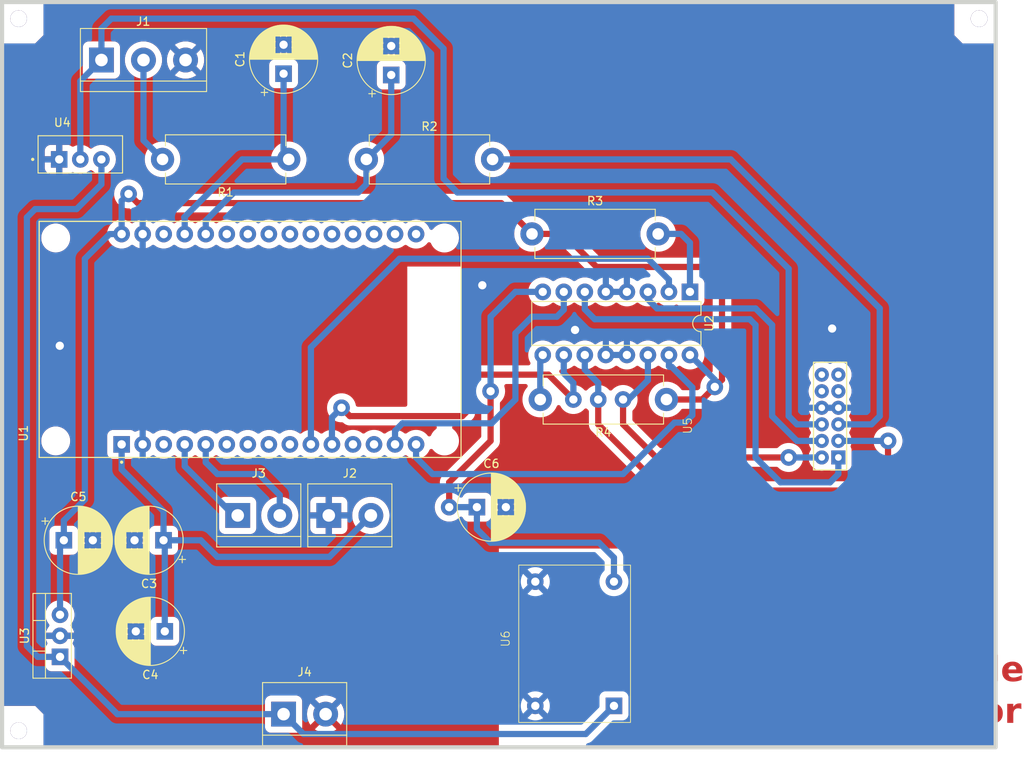
<source format=kicad_pcb>
(kicad_pcb (version 20221018) (generator pcbnew)
  (layers (0 "F.Cu" signal) (31 "B.Cu" signal) (34 "B.Paste" user) (35 "F.Paste" user) (36 "B.SilkS" user "B.Silkscreen") (37 "F.SilkS" user "F.Silkscreen") (38 "B.Mask" user) (39 "F.Mask" user) (44 "Edge.Cuts" user))
  (net 0 "")
  (net 19 "Net-(U1-D14)")
  (net 20 "Net-(U1-D12)")
  (net 21 "GND")
  (net 22 "+12V")
  (net 23 "/Control GPIO 23")
  (net 24 "/Control GPIO 22")
  (net 25 "/Control GPIO 21")
  (net 26 "/Control GPIO 19")
  (net 27 "/DIO")
  (net 28 "/CLK")
  (net 29 "+3.3V")
  (net 30 "Net-(U2-EN1,2)")
  (net 31 "Net-(U2-1Y)")
  (net 32 "Net-(U2-2Y)")
  (net 33 "/VREG-L293D")
  (net 34 "Net-(U2-EN3,4)")
  (net 35 "Net-(U2-3Y)")
  (net 36 "Net-(U2-4Y)")
  (net 37 "+5V")
  (net 38 "+3.3VA")
  (net 39 "/JDSU REF")
  (net 44 "Net-(J1-Pin_2)")
  (footprint "StepDown_Module_THT:MP23070N_Module" (layer "F.Cu") (at 122.4 106 90)
    (fp_text reference "U6" (at 8.1 -3.6 90 unlocked) (layer "F.SilkS") (effects (font (thickness 0.1))))
    (fp_text value "~")
    (pad "1" thru_hole rect (at 0 9.5 90) (size 2 2) (drill 1) (layers "*.Cu" "*.Mask") (net 22 "+12V"))
    (pad "2" thru_hole circle (at 0 0 90) (size 2 2) (drill 1) (layers "*.Cu" "*.Mask") (net 21 "GND"))
    (pad "3" thru_hole circle (at 15 9.5 90) (size 2 2) (drill 1) (layers "*.Cu" "*.Mask") (net 33 "/VREG-L293D"))
    (pad "4" thru_hole circle (at 15 0 90) (size 2 2) (drill 1) (layers "*.Cu" "*.Mask") (net 21 "GND"))
  )
  (footprint "Capacitor_CustomKarim_THT:CP_Radial_D8.0mm_P3.50mm_BigPad" (layer "F.Cu") (at 92 29.652651 90)
    (fp_text reference "C1" (at 1.75 -5.25 90) (layer "F.SilkS"))
    (fp_text value "1uF")
    (pad "1" thru_hole rect (at 0 0 90) (size 2 2) (drill 1) (layers "*.Cu" "*.Mask") (net 20 "Net-(U1-D12)"))
    (pad "2" thru_hole circle (at 3.5 0 90) (size 2 2) (drill 1) (layers "*.Cu" "*.Mask") (net 21 "GND"))
  )
  (footprint "Capacitor_CustomKarim_THT:CP_Radial_D8.0mm_P3.50mm_BigPad" (layer "F.Cu") (at 115.347349 82)
    (fp_text reference "C6" (at 1.75 -5.25) (layer "F.SilkS"))
    (fp_text value "100uF")
    (pad "1" thru_hole rect (at 0 0) (size 2 2) (drill 1) (layers "*.Cu" "*.Mask") (net 33 "/VREG-L293D"))
    (pad "2" thru_hole circle (at 3.5 0) (size 2 2) (drill 1) (layers "*.Cu" "*.Mask") (net 21 "GND"))
  )
  (footprint "Package_TO_SOT_THT:TO-220-3_Vertical" (layer "F.Cu") (at 65 100.08 90)
    (fp_text reference "U3" (at 2.54 -4.27 90) (layer "F.SilkS"))
    (fp_text value "LM7805_TO220")
    (pad "1" thru_hole rect (at 0 0 90) (size 2 2) (drill 1) (layers "*.Cu" "*.Mask") (net 22 "+12V"))
    (pad "2" thru_hole oval (at 2.54 0 90) (size 2 2) (drill 1) (layers "*.Cu" "*.Mask") (net 21 "GND"))
    (pad "3" thru_hole circle (at 5.08 0 90) (size 2 2) (drill 1) (layers "*.Cu" "*.Mask") (net 37 "+5V"))
  )
  (footprint "Capacitor_CustomKarim_THT:CP_Radial_D8.0mm_P3.50mm_BigPad" (layer "F.Cu") (at 77.652651 97 180)
    (fp_text reference "C4" (at 1.75 -5.25) (layer "F.SilkS"))
    (fp_text value "100uF")
    (pad "1" thru_hole rect (at 0 0 180) (size 2 2) (drill 1) (layers "*.Cu" "*.Mask") (net 29 "+3.3V"))
    (pad "2" thru_hole circle (at 3.5 0 180) (size 2 2) (drill 1) (layers "*.Cu" "*.Mask") (net 21 "GND"))
  )
  (footprint "Resistor_THT:R_Axial_DIN0614_L14.3mm_D5.7mm_P15.24mm_Horizontal" (layer "F.Cu") (at 102 40)
    (fp_text reference "R2" (at 7.62 -3.97) (layer "F.SilkS"))
    (fp_text value "100k")
    (pad "1" thru_hole circle (at 0 0) (size 2.8 2.8) (drill 1.4) (layers "*.Cu" "*.Mask") (net 19 "Net-(U1-D14)"))
    (pad "2" thru_hole oval (at 15.24 0) (size 2.8 2.8) (drill 1.4) (layers "*.Cu" "*.Mask") (net 39 "/JDSU REF"))
  )
  (footprint "TerminalBlock:TerminalBlock_bornier-2_P5.08mm" (layer "F.Cu") (at 92 107)
    (fp_text reference "J4" (at 2.54 -5.08) (layer "F.SilkS"))
    (fp_text value "Board Power")
    (pad "1" thru_hole rect (at 0 0) (size 3 3) (drill 1.52) (layers "*.Cu" "*.Mask") (net 22 "+12V"))
    (pad "2" thru_hole circle (at 5.08 0) (size 3 3) (drill 1.52) (layers "*.Cu" "*.Mask") (net 21 "GND"))
  )
  (footprint "LD1117V33:TO255P1020X450X1968-3" (layer "F.Cu") (at 67.45 39.395)
    (fp_text reference "U4" (at -2.175 -3.84) (layer "F.SilkS"))
    (fp_text value "LD1117V33")
    (pad "1" thru_hole rect (at -2.55 0.605) (size 2 2) (drill 1) (layers "*.Cu" "*.Mask") (net 21 "GND"))
    (pad "2" thru_hole circle (at 0 0.605) (size 2 2) (drill 1) (layers "*.Cu" "*.Mask") (net 38 "+3.3VA"))
    (pad "3" thru_hole circle (at 2.55 0.605) (size 2 2) (drill 1) (layers "*.Cu" "*.Mask") (net 22 "+12V"))
  )
  (footprint "Capacitor_CustomKarim_THT:CP_Radial_D8.0mm_P3.50mm_BigPad" (layer "F.Cu") (at 65.46 86)
    (fp_text reference "C5" (at 1.75 -5.25) (layer "F.SilkS"))
    (fp_text value "100nF")
    (pad "1" thru_hole rect (at 0 0) (size 2 2) (drill 1) (layers "*.Cu" "*.Mask") (net 37 "+5V"))
    (pad "2" thru_hole circle (at 3.5 0) (size 2 2) (drill 1) (layers "*.Cu" "*.Mask") (net 21 "GND"))
  )
  (footprint "ESP32-DEVKIT-V1:MODULE_ESP32_DEVKIT_V1" (layer "F.Cu") (at 87.955 61.72 90)
    (fp_text reference "U1" (at -11.355 -27.36 90) (layer "F.SilkS"))
    (fp_text value "ESP32-DEVKIT-V1")
    (pad "" np_thru_hole circle (at -12.28 -23.475 90) (size 3 3) (drill 3) (layers "*.Cu" "*.Mask"))
    (pad "" np_thru_hole circle (at -12.28 23.475 90) (size 3 3) (drill 3) (layers "*.Cu" "*.Mask"))
    (pad "" np_thru_hole circle (at 12.23 -23.475 90) (size 3 3) (drill 3) (layers "*.Cu" "*.Mask"))
    (pad "" np_thru_hole circle (at 12.23 23.475 90) (size 3 3) (drill 3) (layers "*.Cu" "*.Mask"))
    (pad "1" thru_hole rect (at -12.7 -15.515 90) (size 2 2) (drill 1.02) (layers "*.Cu" "*.Mask") (net 29 "+3.3V"))
    (pad "2" thru_hole circle (at -12.7 -12.975 90) (size 2 2) (drill 1.02) (layers "*.Cu" "*.Mask") (net 21 "GND"))
    (pad "3" thru_hole circle (at -12.7 -10.435 90) (size 2 2) (drill 1.02) (layers "*.Cu" "*.Mask"))
    (pad "4" thru_hole circle (at -12.7 -7.895 90) (size 2 2) (drill 1.02) (layers "*.Cu" "*.Mask") (net 28 "/CLK"))
    (pad "5" thru_hole circle (at -12.7 -5.355 90) (size 2 2) (drill 1.02) (layers "*.Cu" "*.Mask") (net 27 "/DIO"))
    (pad "6" thru_hole circle (at -12.7 -2.815 90) (size 2 2) (drill 1.02) (layers "*.Cu" "*.Mask"))
    (pad "7" thru_hole circle (at -12.7 -0.275 90) (size 2 2) (drill 1.02) (layers "*.Cu" "*.Mask"))
    (pad "8" thru_hole circle (at -12.7 2.265 90) (size 2 2) (drill 1.02) (layers "*.Cu" "*.Mask"))
    (pad "9" thru_hole circle (at -12.7 4.805 90) (size 2 2) (drill 1.02) (layers "*.Cu" "*.Mask"))
    (pad "10" thru_hole circle (at -12.7 7.345 90) (size 2 2) (drill 1.02) (layers "*.Cu" "*.Mask") (net 26 "/Control GPIO 19"))
    (pad "11" thru_hole circle (at -12.7 9.885 90) (size 2 2) (drill 1.02) (layers "*.Cu" "*.Mask") (net 25 "/Control GPIO 21"))
    (pad "12" thru_hole circle (at -12.7 12.425 90) (size 2 2) (drill 1.02) (layers "*.Cu" "*.Mask"))
    (pad "13" thru_hole circle (at -12.7 14.965 90) (size 2 2) (drill 1.02) (layers "*.Cu" "*.Mask"))
    (pad "14" thru_hole circle (at -12.7 17.505 90) (size 2 2) (drill 1.02) (layers "*.Cu" "*.Mask") (net 24 "/Control GPIO 22"))
    (pad "15" thru_hole circle (at -12.7 20.045 90) (size 2 2) (drill 1.02) (layers "*.Cu" "*.Mask") (net 23 "/Control GPIO 23"))
    (pad "16" thru_hole circle (at 12.7 20.045 90) (size 2 2) (drill 1.02) (layers "*.Cu" "*.Mask"))
    (pad "17" thru_hole circle (at 12.7 17.505 90) (size 2 2) (drill 1.02) (layers "*.Cu" "*.Mask"))
    (pad "18" thru_hole circle (at 12.7 14.965 90) (size 2 2) (drill 1.02) (layers "*.Cu" "*.Mask"))
    (pad "19" thru_hole circle (at 12.7 12.425 90) (size 2 2) (drill 1.02) (layers "*.Cu" "*.Mask"))
    (pad "20" thru_hole circle (at 12.7 9.885 90) (size 2 2) (drill 1.02) (layers "*.Cu" "*.Mask"))
    (pad "21" thru_hole circle (at 12.7 7.345 90) (size 2 2) (drill 1.02) (layers "*.Cu" "*.Mask"))
    (pad "22" thru_hole circle (at 12.7 4.805 90) (size 2 2) (drill 1.02) (layers "*.Cu" "*.Mask"))
    (pad "23" thru_hole circle (at 12.7 2.265 90) (size 2 2) (drill 1.02) (layers "*.Cu" "*.Mask"))
    (pad "24" thru_hole circle (at 12.7 -0.275 90) (size 2 2) (drill 1.02) (layers "*.Cu" "*.Mask"))
    (pad "25" thru_hole circle (at 12.7 -2.815 90) (size 2 2) (drill 1.02) (layers "*.Cu" "*.Mask"))
    (pad "26" thru_hole circle (at 12.7 -5.355 90) (size 2 2) (drill 1.02) (layers "*.Cu" "*.Mask") (net 19 "Net-(U1-D14)"))
    (pad "27" thru_hole circle (at 12.7 -7.895 90) (size 2 2) (drill 1.02) (layers "*.Cu" "*.Mask") (net 20 "Net-(U1-D12)"))
    (pad "28" thru_hole circle (at 12.7 -10.435 90) (size 2 2) (drill 1.02) (layers "*.Cu" "*.Mask"))
    (pad "29" thru_hole circle (at 12.7 -12.975 90) (size 2 2) (drill 1.02) (layers "*.Cu" "*.Mask") (net 21 "GND"))
    (pad "30" thru_hole circle (at 12.7 -15.515 90) (size 2 2) (drill 1.02) (layers "*.Cu" "*.Mask") (net 37 "+5V"))
    (zone (net 0) (net_name "") (layer "F.Cu") (connect_pads (clearance 0)) (min_thickness 0.01)
      (keepout (tracks not_allowed) (vias not_allowed) (pads not_allowed) (copperpour not_allowed) (footprints allowed))
      (fill (thermal_gap 0.508) (thermal_bridge_width 0.508))
      (polygon (pts (xy 106.94 70.63) (xy 106.94 52.94) (xy 113.43 52.94) (xy 113.43 70.63)))
    )
    (zone (net 0) (net_name "") (layer "B.Cu") (connect_pads (clearance 0)) (min_thickness 0.01)
      (keepout (tracks not_allowed) (vias not_allowed) (pads not_allowed) (copperpour not_allowed) (footprints allowed))
      (fill (thermal_gap 0.508) (thermal_bridge_width 0.508))
      (polygon (pts (xy 106.94 70.63) (xy 106.94 52.94) (xy 113.43 52.94) (xy 113.43 70.63)))
    )
  )
  (footprint "Resistor_THT:R_Axial_DIN0614_L14.3mm_D5.7mm_P15.24mm_Horizontal" (layer "F.Cu") (at 138.24 69 180)
    (fp_text reference "R4" (at 7.62 -3.97) (layer "F.SilkS"))
    (fp_text value "10k")
    (pad "1" thru_hole circle (at 0 0 180) (size 2.8 2.8) (drill 1.4) (layers "*.Cu" "*.Mask") (net 37 "+5V"))
    (pad "2" thru_hole oval (at 15.24 0 180) (size 2.8 2.8) (drill 1.4) (layers "*.Cu" "*.Mask") (net 34 "Net-(U2-EN3,4)"))
  )
  (footprint "TerminalBlock:TerminalBlock_bornier-3_P5.08mm" (layer "F.Cu") (at 70 28)
    (fp_text reference "J1" (at 5.05 -4.65) (layer "F.SilkS"))
    (fp_text value "Control Potentiometer")
    (pad "1" thru_hole rect (at 0 0) (size 3 3) (drill 1.52) (layers "*.Cu" "*.Mask") (net 38 "+3.3VA"))
    (pad "2" thru_hole circle (at 5.08 0) (size 3 3) (drill 1.52) (layers "*.Cu" "*.Mask") (net 44 "Net-(J1-Pin_2)"))
    (pad "3" thru_hole circle (at 10.16 0) (size 3 3) (drill 1.52) (layers "*.Cu" "*.Mask") (net 21 "GND"))
  )
  (footprint "Package_DIP:DIP-16_W7.62mm" (layer "F.Cu") (at 141.08 56 -90)
    (fp_text reference "U2" (at 3.81 -2.33 90) (layer "F.SilkS"))
    (fp_text value "L293D")
    (pad "1" thru_hole rect (at 0 0 270) (size 2 2) (drill 1) (layers "*.Cu" "*.Mask") (net 30 "Net-(U2-EN1,2)"))
    (pad "2" thru_hole circle (at 0 2.54 270) (size 2 2) (drill 1) (layers "*.Cu" "*.Mask") (net 26 "/Control GPIO 19"))
    (pad "3" thru_hole circle (at 0 5.08 270) (size 2 2) (drill 1) (layers "*.Cu" "*.Mask") (net 31 "Net-(U2-1Y)"))
    (pad "4" thru_hole circle (at 0 7.62 270) (size 2 2) (drill 1) (layers "*.Cu" "*.Mask") (net 21 "GND"))
    (pad "5" thru_hole circle (at 0 10.16 270) (size 2 2) (drill 1) (layers "*.Cu" "*.Mask") (net 21 "GND"))
    (pad "6" thru_hole circle (at 0 12.7 270) (size 2 2) (drill 1) (layers "*.Cu" "*.Mask") (net 32 "Net-(U2-2Y)"))
    (pad "7" thru_hole circle (at 0 15.24 270) (size 2 2) (drill 1) (layers "*.Cu" "*.Mask") (net 24 "/Control GPIO 22"))
    (pad "8" thru_hole circle (at 0 17.78 270) (size 2 2) (drill 1) (layers "*.Cu" "*.Mask") (net 33 "/VREG-L293D"))
    (pad "9" thru_hole circle (at 7.62 17.78 270) (size 2 2) (drill 1) (layers "*.Cu" "*.Mask") (net 34 "Net-(U2-EN3,4)"))
    (pad "10" thru_hole circle (at 7.62 15.24 270) (size 2 2) (drill 1) (layers "*.Cu" "*.Mask") (net 25 "/Control GPIO 21"))
    (pad "11" thru_hole circle (at 7.62 12.7 270) (size 2 2) (drill 1) (layers "*.Cu" "*.Mask") (net 35 "Net-(U2-3Y)"))
    (pad "12" thru_hole circle (at 7.62 10.16 270) (size 2 2) (drill 1) (layers "*.Cu" "*.Mask") (net 21 "GND"))
    (pad "13" thru_hole circle (at 7.62 7.62 270) (size 2 2) (drill 1) (layers "*.Cu" "*.Mask") (net 21 "GND"))
    (pad "14" thru_hole circle (at 7.62 5.08 270) (size 2 2) (drill 1) (layers "*.Cu" "*.Mask") (net 36 "Net-(U2-4Y)"))
    (pad "15" thru_hole circle (at 7.62 2.54 270) (size 2 2) (drill 1) (layers "*.Cu" "*.Mask") (net 23 "/Control GPIO 23"))
    (pad "16" thru_hole circle (at 7.62 0 270) (size 2 2) (drill 1) (layers "*.Cu" "*.Mask") (net 37 "+5V"))
  )
  (footprint "Capacitor_CustomKarim_THT:CP_Radial_D8.0mm_P3.50mm_BigPad" (layer "F.Cu") (at 105 29.805302 90)
    (fp_text reference "C2" (at 1.75 -5.25 90) (layer "F.SilkS"))
    (fp_text value "1uF")
    (pad "1" thru_hole rect (at 0 0 90) (size 2 2) (drill 1) (layers "*.Cu" "*.Mask") (net 19 "Net-(U1-D14)"))
    (pad "2" thru_hole circle (at 3.5 0 90) (size 2 2) (drill 1) (layers "*.Cu" "*.Mask") (net 21 "GND"))
  )
  (footprint "TerminalBlock:TerminalBlock_bornier-2_P5.08mm" (layer "F.Cu") (at 97.46 83)
    (fp_text reference "J2" (at 2.54 -5.08) (layer "F.SilkS"))
    (fp_text value "Display - VCC & GND")
    (pad "1" thru_hole rect (at 0 0) (size 3 3) (drill 1.52) (layers "*.Cu" "*.Mask") (net 21 "GND"))
    (pad "2" thru_hole circle (at 5.08 0) (size 3 3) (drill 1.52) (layers "*.Cu" "*.Mask") (net 29 "+3.3V"))
  )
  (footprint "Resistor_THT:R_Axial_DIN0614_L14.3mm_D5.7mm_P15.24mm_Horizontal" (layer "F.Cu") (at 122 49)
    (fp_text reference "R3" (at 7.62 -3.97) (layer "F.SilkS"))
    (fp_text value "10k")
    (pad "1" thru_hole circle (at 0 0) (size 2.8 2.8) (drill 1.4) (layers "*.Cu" "*.Mask") (net 37 "+5V"))
    (pad "2" thru_hole oval (at 15.24 0) (size 2.8 2.8) (drill 1.4) (layers "*.Cu" "*.Mask") (net 30 "Net-(U2-EN1,2)"))
  )
  (footprint "TerminalBlock:TerminalBlock_bornier-2_P5.08mm" (layer "F.Cu") (at 86.46 83)
    (fp_text reference "J3" (at 2.54 -5.08) (layer "F.SilkS"))
    (fp_text value "Display - Data")
    (pad "1" thru_hole rect (at 0 0) (size 3 3) (drill 1.52) (layers "*.Cu" "*.Mask") (net 28 "/CLK"))
    (pad "2" thru_hole circle (at 5.08 0) (size 3 3) (drill 1.52) (layers "*.Cu" "*.Mask") (net 27 "/DIO"))
  )
  (footprint "Resistor_THT:R_Axial_DIN0614_L14.3mm_D5.7mm_P15.24mm_Horizontal" (layer "F.Cu") (at 92.62 40 180)
    (fp_text reference "R1" (at 7.62 -3.97) (layer "F.SilkS"))
    (fp_text value "100k")
    (pad "1" thru_hole circle (at 0 0 180) (size 2.8 2.8) (drill 1.4) (layers "*.Cu" "*.Mask") (net 20 "Net-(U1-D12)"))
    (pad "2" thru_hole oval (at 15.24 0 180) (size 2.8 2.8) (drill 1.4) (layers "*.Cu" "*.Mask") (net 44 "Net-(J1-Pin_2)"))
  )
  (footprint "Capacitor_CustomKarim_THT:CP_Radial_D8.0mm_P3.50mm_BigPad" (layer "F.Cu") (at 77.5 86 180)
    (fp_text reference "C3" (at 1.75 -5.25) (layer "F.SilkS"))
    (fp_text value "100nF")
    (pad "1" thru_hole rect (at 0 0 180) (size 2 2) (drill 1) (layers "*.Cu" "*.Mask") (net 29 "+3.3V"))
    (pad "2" thru_hole circle (at 3.5 0 180) (size 2 2) (drill 1) (layers "*.Cu" "*.Mask") (net 21 "GND"))
  )
  (footprint "JDSU_VCB0_THT:VCB0+1NC1.0NC1.0NC" (layer "F.Cu") (at 152 82 90)
    (fp_text reference "U5" (at 9.825 -11.2 90 unlocked) (layer "F.SilkS") (effects (font (thickness 0.1))))
    (fp_text value "EVOA")
    (pad "1" thru_hole rect (at 6 7 270) (size 1.7 1.7) (drill 0.8) (layers "*.Cu" "*.Mask") (net 32 "Net-(U2-2Y)"))
    (pad "2" thru_hole circle (at 6 5 270) (size 1.7 1.7) (drill 0.8) (layers "*.Cu" "*.Mask") (net 36 "Net-(U2-4Y)"))
    (pad "3" thru_hole circle (at 8 7 270) (size 1.7 1.7) (drill 0.8) (layers "*.Cu" "*.Mask") (net 35 "Net-(U2-3Y)"))
    (pad "4" thru_hole circle (at 8 5 270) (size 1.7 1.7) (drill 0.8) (layers "*.Cu" "*.Mask") (net 31 "Net-(U2-1Y)"))
    (pad "5" thru_hole circle (at 10 7 270) (size 1.7 1.7) (drill 0.8) (layers "*.Cu" "*.Mask") (net 39 "/JDSU REF"))
    (pad "6" thru_hole circle (at 10 5 270) (size 1.7 1.7) (drill 0.8) (layers "*.Cu" "*.Mask") (net 38 "+3.3VA"))
    (pad "7" thru_hole circle (at 12 7 270) (size 1.7 1.7) (drill 0.8) (layers "*.Cu" "*.Mask") (net 21 "GND"))
    (pad "8" thru_hole circle (at 12 5 270) (size 1.7 1.7) (drill 0.8) (layers "*.Cu" "*.Mask") (net 21 "GND"))
    (pad "9" thru_hole circle (at 14 7 270) (size 1.7 1.7) (drill 0.8) (layers "*.Cu" "*.Mask"))
    (pad "10" thru_hole circle (at 14 5 270) (size 1.7 1.7) (drill 0.8) (layers "*.Cu" "*.Mask"))
    (pad "11" thru_hole circle (at 16 7 270) (size 1.7 1.7) (drill 0.8) (layers "*.Cu" "*.Mask"))
    (pad "12" thru_hole circle (at 16 5 270) (size 1.7 1.7) (drill 0.8) (layers "*.Cu" "*.Mask"))
  )
  (gr_rect (start 58 21) (end 178 111) (stroke (width 0.5)) (fill none) (layer "Edge.Cuts"))
  (gr_text "COMLab" (at 143.296825 91.562691) (layer "F.Cu") (effects (font (size 4.5 4.5) (thickness 0.3) bold) (justify left bottom)))
  (gr_text "UTN FRP" (at 142.6 99) (layer "F.Cu") (effects (font (size 4.5 4.5) (thickness 0.3) bold) (justify left bottom)))
  (gr_text "Electronic Variable\nOptical Attenuator" (at 136.985101 108.56269) (layer "F.Cu") (effects (font (size 3 3) (thickness 0.3) bold) (justify left bottom)))
  (via (at 60 23) (size 2.01) (drill 2) (layers "F.Cu" "B.Cu") (net 0))
  (via (at 60 109) (size 2.01) (drill 2) (layers "F.Cu" "B.Cu") (net 0))
  (via (at 176 23) (size 2.01) (drill 2) (layers "F.Cu" "B.Cu") (net 0))
  (segment (start 82.6 49.02) (end 82.6 47.4) (width 0.75) (layer "B.Cu") (net 19))
  (segment (start 102 43) (end 102 40) (width 0.75) (layer "B.Cu") (net 19))
  (segment (start 101 44) (end 102 43) (width 0.75) (layer "B.Cu") (net 19))
  (segment (start 105 37) (end 105 29.805302) (width 0.75) (layer "B.Cu") (net 19))
  (segment (start 82.6 47.4) (end 86 44) (width 0.75) (layer "B.Cu") (net 19))
  (segment (start 86 44) (end 101 44) (width 0.75) (layer "B.Cu") (net 19))
  (segment (start 102 40) (end 105 37) (width 0.75) (layer "B.Cu") (net 19))
  (segment (start 92.62 40) (end 87 40) (width 0.75) (layer "B.Cu") (net 20))
  (segment (start 80.06 47.06) (end 80.06 49.02) (width 0.75) (layer "B.Cu") (net 20))
  (segment (start 87 40) (end 80 47) (width 0.75) (layer "B.Cu") (net 20))
  (segment (start 80 47) (end 80.06 47.06) (width 0.75) (layer "B.Cu") (net 20))
  (segment (start 92 29.652651) (end 92 39.38) (width 0.75) (layer "B.Cu") (net 20))
  (segment (start 92 39.38) (end 92.62 40) (width 0.75) (layer "B.Cu") (net 20))
  (via (at 116 55.2) (size 2) (drill 1) (layers "F.Cu" "B.Cu") (net 21))
  (via (at 127.2 60.6) (size 2) (drill 1) (layers "F.Cu" "B.Cu") (net 21))
  (via (at 158.25 60.43) (size 2) (drill 1) (layers "F.Cu" "B.Cu") (net 21))
  (via (at 64.97 62.51) (size 2) (drill 1) (layers "F.Cu" "B.Cu") (net 21))
  (segment (start 74.98 49.02) (end 74.98 51.38) (width 0.75) (layer "B.Cu") (net 21))
  (segment (start 74.98 76.98) (end 75 77) (width 0.75) (layer "B.Cu") (net 21))
  (segment (start 130.92 63.62) (end 130.92 61.68) (width 0.75) (layer "B.Cu") (net 21))
  (segment (start 157 70) (end 159 70) (width 0.75) (layer "B.Cu") (net 21))
  (segment (start 133.46 61.66) (end 133.4 61.6) (width 0.75) (layer "B.Cu") (net 21))
  (segment (start 74.98 72.02) (end 74.98 74.42) (width 0.75) (layer "B.Cu") (net 21))
  (segment (start 130.92 56) (end 130.92 54.02) (width 0.75) (layer "B.Cu") (net 21))
  (segment (start 74.98 49.02) (end 74.98 46.92) (width 0.75) (layer "B.Cu") (net 21))
  (segment (start 74.98 51.38) (end 75 51.4) (width 0.75) (layer "B.Cu") (net 21))
  (segment (start 133.46 56) (end 133.46 54.04) (width 0.75) (layer "B.Cu") (net 21))
  (segment (start 130.92 61.68) (end 131 61.6) (width 0.75) (layer "B.Cu") (net 21))
  (segment (start 74.98 72.02) (end 75 72) (width 0.75) (layer "B.Cu") (net 21))
  (segment (start 133.46 56) (end 130.92 56) (width 0.75) (layer "B.Cu") (net 21))
  (segment (start 133.46 63.62) (end 133.46 61.66) (width 0.75) (layer "B.Cu") (net 21))
  (segment (start 130.92 54.02) (end 130.9 54) (width 0.75) (layer "B.Cu") (net 21))
  (segment (start 74.98 74.42) (end 74.98 76.98) (width 0.75) (layer "B.Cu") (net 21))
  (segment (start 133.46 63.62) (end 130.92 63.62) (width 0.75) (layer "B.Cu") (net 21))
  (segment (start 157 70) (end 155 70) (width 0.75) (layer "B.Cu") (net 21))
  (segment (start 74.98 46.92) (end 75.1 46.8) (width 0.75) (layer "B.Cu") (net 21))
  (segment (start 159 70) (end 162 70) (width 0.75) (layer "B.Cu") (net 21))
  (segment (start 62.31 100.08) (end 61 98.77) (width 0.75) (layer "B.Cu") (net 22))
  (segment (start 65 100.08) (end 62.31 100.08) (width 0.75) (layer "B.Cu") (net 22))
  (segment (start 128.5 109.4) (end 131.9 106) (width 0.75) (layer "B.Cu") (net 22))
  (segment (start 61 47) (end 62 46) (width 0.75) (layer "B.Cu") (net 22))
  (segment (start 92 107) (end 71.92 107) (width 0.75) (layer "B.Cu") (net 22))
  (segment (start 71.92 107) (end 65 100.08) (width 0.75) (layer "B.Cu") (net 22))
  (segment (start 67 46) (end 70 43) (width 0.75) (layer "B.Cu") (net 22))
  (segment (start 62 46) (end 67 46) (width 0.75) (layer "B.Cu") (net 22))
  (segment (start 70 43) (end 70 40) (width 0.75) (layer "B.Cu") (net 22))
  (segment (start 92 107) (end 94.4 109.4) (width 0.75) (layer "B.Cu") (net 22))
  (segment (start 61 98.77) (end 61 47) (width 0.75) (layer "B.Cu") (net 22))
  (segment (start 94.4 109.4) (end 128.5 109.4) (width 0.75) (layer "B.Cu") (net 22))
  (segment (start 140.47 71.79) (end 141.37 70.89) (width 0.75) (layer "B.Cu") (net 23))
  (segment (start 138.88 65.06) (end 138.62 65.06) (width 0.75) (layer "B.Cu") (net 23))
  (segment (start 138.54 64.98) (end 138.54 63.62) (width 0.75) (layer "B.Cu") (net 23))
  (segment (start 108 76) (end 110 78) (width 0.75) (layer "B.Cu") (net 23))
  (segment (start 141.37 67.55) (end 138.88 65.06) (width 0.75) (layer "B.Cu") (net 23))
  (segment (start 110 78) (end 133 78) (width 0.75) (layer "B.Cu") (net 23))
  (segment (start 108 74.42) (end 108 76) (width 0.75) (layer "B.Cu") (net 23))
  (segment (start 141.37 70.89) (end 141.37 67.55) (width 0.75) (layer "B.Cu") (net 23))
  (segment (start 139.21 71.79) (end 140.47 71.79) (width 0.75) (layer "B.Cu") (net 23))
  (segment (start 133 78) (end 139.21 71.79) (width 0.75) (layer "B.Cu") (net 23))
  (segment (start 138.62 65.06) (end 138.54 64.98) (width 0.75) (layer "B.Cu") (net 23))
  (segment (start 125 59) (end 122 59) (width 0.75) (layer "B.Cu") (net 24))
  (segment (start 117.125 71.875) (end 106.365 71.875) (width 0.75) (layer "B.Cu") (net 24))
  (segment (start 120 61) (end 120 69) (width 0.75) (layer "B.Cu") (net 24))
  (segment (start 122 59) (end 120 61) (width 0.75) (layer "B.Cu") (net 24))
  (segment (start 120 69) (end 117.125 71.875) (width 0.75) (layer "B.Cu") (net 24))
  (segment (start 125.84 58.16) (end 125 59) (width 0.75) (layer "B.Cu") (net 24))
  (segment (start 106.365 71.875) (end 105.46 72.78) (width 0.75) (layer "B.Cu") (net 24))
  (segment (start 125.84 56) (end 125.84 58.16) (width 0.75) (layer "B.Cu") (net 24))
  (segment (start 105.46 72.78) (end 105.46 74.42) (width 0.75) (layer "B.Cu") (net 24))
  (segment (start 127 69) (end 124 66) (width 0.75) (layer "F.Cu") (net 25))
  (segment (start 100.005 71.005) (end 99 70) (width 0.75) (layer "F.Cu") (net 25))
  (segment (start 114 67) (end 114 70.59033) (width 0.75) (layer "F.Cu") (net 25))
  (segment (start 114 70.59033) (end 113.58533 71.005) (width 0.75) (layer "F.Cu") (net 25))
  (segment (start 113.58533 71.005) (end 100.005 71.005) (width 0.75) (layer "F.Cu") (net 25))
  (segment (start 124 66) (end 115 66) (width 0.75) (layer "F.Cu") (net 25))
  (segment (start 115 66) (end 114 67) (width 0.75) (layer "F.Cu") (net 25))
  (via (at 127 69) (size 2) (drill 1) (layers "F.Cu" "B.Cu") (net 25))
  (via (at 99 70) (size 2) (drill 1) (layers "F.Cu" "B.Cu") (net 25))
  (segment (start 97.84 74.42) (end 97.84 71.16) (width 0.75) (layer "B.Cu") (net 25))
  (segment (start 127 67) (end 127 69) (width 0.75) (layer "B.Cu") (net 25))
  (segment (start 125.84 65.84) (end 127 67) (width 0.75) (layer "B.Cu") (net 25))
  (segment (start 125.84 63.62) (end 125.84 65.84) (width 0.75) (layer "B.Cu") (net 25))
  (segment (start 97.84 71.16) (end 99 70) (width 0.75) (layer "B.Cu") (net 25))
  (segment (start 95.3 62.7) (end 106 52) (width 0.75) (layer "B.Cu") (net 26))
  (segment (start 138.54 54.54) (end 138.54 56) (width 0.75) (layer "B.Cu") (net 26))
  (segment (start 136 52) (end 138.54 54.54) (width 0.75) (layer "B.Cu") (net 26))
  (segment (start 95.3 74.42) (end 95.3 62.7) (width 0.75) (layer "B.Cu") (net 26))
  (segment (start 106 52) (end 136 52) (width 0.75) (layer "B.Cu") (net 26))
  (segment (start 82.6 74.42) (end 82.6 76.6) (width 0.75) (layer "B.Cu") (net 27))
  (segment (start 84 78) (end 89 78) (width 0.75) (layer "B.Cu") (net 27))
  (segment (start 89 78) (end 91.54 80.54) (width 0.75) (layer "B.Cu") (net 27))
  (segment (start 82.6 76.6) (end 84 78) (width 0.75) (layer "B.Cu") (net 27))
  (segment (start 91.54 80.54) (end 91.54 83) (width 0.75) (layer "B.Cu") (net 27))
  (segment (start 80.06 77.06) (end 86 83) (width 0.75) (layer "B.Cu") (net 28))
  (segment (start 80.06 74.42) (end 80.06 77.06) (width 0.75) (layer "B.Cu") (net 28))
  (segment (start 86 83) (end 86.46 83) (width 0.75) (layer "B.Cu") (net 28))
  (segment (start 72.44 77.44) (end 77.5 82.5) (width 0.75) (layer "B.Cu") (net 29))
  (segment (start 97.54 88) (end 84 88) (width 0.75) (layer "B.Cu") (net 29))
  (segment (start 82 86) (end 77.5 86) (width 0.75) (layer "B.Cu") (net 29))
  (segment (start 77.652651 86.152651) (end 77.5 86) (width 0.75) (layer "B.Cu") (net 29))
  (segment (start 77.5 82.5) (end 77.5 86) (width 0.75) (layer "B.Cu") (net 29))
  (segment (start 102.54 83) (end 97.54 88) (width 0.75) (layer "B.Cu") (net 29))
  (segment (start 72.44 74.42) (end 72.44 77.44) (width 0.75) (layer "B.Cu") (net 29))
  (segment (start 84 88) (end 82 86) (width 0.75) (layer "B.Cu") (net 29))
  (segment (start 77.652651 97) (end 77.652651 86.152651) (width 0.75) (layer "B.Cu") (net 29))
  (segment (start 137.24 49) (end 140 49) (width 0.75) (layer "B.Cu") (net 30))
  (segment (start 141.08 50.08) (end 141.08 56) (width 0.75) (layer "B.Cu") (net 30))
  (segment (start 140 49) (end 141.08 50.08) (width 0.75) (layer "B.Cu") (net 30))
  (segment (start 151 60) (end 151 71) (width 0.75) (layer "B.Cu") (net 31))
  (segment (start 137.1 58) (end 136 56.9) (width 0.75) (layer "B.Cu") (net 31))
  (segment (start 154 74) (end 157 74) (width 0.75) (layer "B.Cu") (net 31))
  (segment (start 149 58) (end 151 60) (width 0.75) (layer "B.Cu") (net 31))
  (segment (start 149 58) (end 137.1 58) (width 0.75) (layer "B.Cu") (net 31))
  (segment (start 136 56.9) (end 136 56) (width 0.75) (layer "B.Cu") (net 31))
  (segment (start 151 71) (end 154 74) (width 0.75) (layer "B.Cu") (net 31))
  (segment (start 128.38 58.1) (end 128.38 56) (width 0.75) (layer "B.Cu") (net 32))
  (segment (start 159 76) (end 159 78) (width 0.75) (layer "B.Cu") (net 32))
  (segment (start 149 60) (end 148.3 59.3) (width 0.75) (layer "B.Cu") (net 32))
  (segment (start 158 79) (end 152 79) (width 0.75) (layer "B.Cu") (net 32))
  (segment (start 129.58 59.3) (end 128.38 58.1) (width 0.75) (layer "B.Cu") (net 32))
  (segment (start 152 79) (end 149 76) (width 0.75) (layer "B.Cu") (net 32))
  (segment (start 148.3 59.3) (end 129.58 59.3) (width 0.75) (layer "B.Cu") (net 32))
  (segment (start 159 78) (end 158 79) (width 0.75) (layer "B.Cu") (net 32))
  (segment (start 149 76) (end 149 60) (width 0.75) (layer "B.Cu") (net 32))
  (segment (start 112 82) (end 112 79) (width 0.75) (layer "F.Cu") (net 33))
  (segment (start 112 79) (end 117 74) (width 0.75) (layer "F.Cu") (net 33))
  (segment (start 117 74) (end 117 68) (width 0.75) (layer "F.Cu") (net 33))
  (via (at 117 68) (size 2) (drill 1) (layers "F.Cu" "B.Cu") (net 33))
  (via (at 112 82) (size 2) (drill 1) (layers "F.Cu" "B.Cu") (net 33))
  (segment (start 117 59) (end 120 56) (width 0.75) (layer "B.Cu") (net 33))
  (segment (start 117 86.3) (end 115.347349 84.647349) (width 0.75) (layer "B.Cu") (net 33))
  (segment (start 117 68) (end 117 59) (width 0.75) (layer "B.Cu") (net 33))
  (segment (start 115.347349 84.647349) (end 115.347349 82) (width 0.75) (layer "B.Cu") (net 33))
  (segment (start 131.9 91) (end 131.9 88.1) (width 0.75) (layer "B.Cu") (net 33))
  (segment (start 131.9 88.1) (end 130.1 86.3) (width 0.75) (layer "B.Cu") (net 33))
  (segment (start 130.1 86.3) (end 117 86.3) (width 0.75) (layer "B.Cu") (net 33))
  (segment (start 120 56) (end 123.3 56) (width 0.75) (layer "B.Cu") (net 33))
  (segment (start 115.347349 82) (end 112 82) (width 0.75) (layer "B.Cu") (net 33))
  (segment (start 123 69) (end 123 63.92) (width 0.75) (layer "B.Cu") (net 34))
  (segment (start 123 63.92) (end 123.3 63.62) (width 0.75) (layer "B.Cu") (net 34))
  (segment (start 165 74) (end 165 78) (width 0.75) (layer "F.Cu") (net 35))
  (segment (start 130 72) (end 130 69) (width 0.75) (layer "F.Cu") (net 35))
  (segment (start 165 78) (end 163 80) (width 0.75) (layer "F.Cu") (net 35))
  (segment (start 138 80) (end 130 72) (width 0.75) (layer "F.Cu") (net 35))
  (segment (start 163 80) (end 138 80) (width 0.75) (layer "F.Cu") (net 35))
  (via (at 130 69) (size 2) (drill 1) (layers "F.Cu" "B.Cu") (net 35))
  (via (at 165 74) (size 2) (drill 1) (layers "F.Cu" "B.Cu") (net 35))
  (segment (start 130 67) (end 130 69) (width 0.75) (layer "B.Cu") (net 35))
  (segment (start 128.38 65.38) (end 128.38 63.62) (width 0.75) (layer "B.Cu") (net 35))
  (segment (start 128.38 65.38) (end 130 67) (width 0.75) (layer "B.Cu") (net 35))
  (segment (start 165 74) (end 159 74) (width 0.75) (layer "B.Cu") (net 35))
  (segment (start 153 76) (end 137 76) (width 0.75) (layer "F.Cu") (net 36))
  (segment (start 133 72) (end 133 69) (width 0.75) (layer "F.Cu") (net 36))
  (segment (start 137 76) (end 133 72) (width 0.75) (layer "F.Cu") (net 36))
  (via (at 133 69) (size 2) (drill 1) (layers "F.Cu" "B.Cu") (net 36))
  (via (at 153 76) (size 2) (drill 1) (layers "F.Cu" "B.Cu") (net 36))
  (segment (start 136 66.67) (end 136 63.62) (width 0.75) (layer "B.Cu") (net 36))
  (segment (start 133.67 69) (end 136 66.67) (width 0.75) (layer "B.Cu") (net 36))
  (segment (start 157 76) (end 153 76) (width 0.75) (layer "B.Cu") (net 36))
  (segment (start 133 69) (end 133.67 69) (width 0.75) (layer "B.Cu") (net 36))
  (segment (start 144.95 66.61) (end 144.08 67.48) (width 0.75) (layer "F.Cu") (net 37))
  (segment (start 122 49) (end 125.81 49) (width 0.75) (layer "F.Cu") (net 37))
  (segment (start 144.95 54.36) (end 144.95 66.61) (width 0.75) (layer "F.Cu") (net 37))
  (segment (start 73.28 44.17) (end 74.39 45.28) (width 0.75) (layer "F.Cu") (net 37))
  (segment (start 125.81 49) (end 129.8 52.99) (width 0.75) (layer "F.Cu") (net 37))
  (segment (start 74.39 45.28) (end 118.28 45.28) (width 0.75) (layer "F.Cu") (net 37))
  (segment (start 142.54 69) (end 138.24 69) (width 0.75) (layer "F.Cu") (net 37))
  (segment (start 143.58 52.99) (end 144.95 54.36) (width 0.75) (layer "F.Cu") (net 37))
  (segment (start 118.28 45.28) (end 122 49) (width 0.75) (layer "F.Cu") (net 37))
  (segment (start 142.55 69.01) (end 142.54 69) (width 0.75) (layer "F.Cu") (net 37))
  (segment (start 144.08 67.48) (end 142.55 69.01) (width 0.75) (layer "F.Cu") (net 37))
  (segment (start 129.8 52.99) (end 143.58 52.99) (width 0.75) (layer "F.Cu") (net 37))
  (via (at 144.08 67.48) (size 2) (drill 1) (layers "F.Cu" "B.Cu") (net 37))
  (via (at 73.28 44.17) (size 2) (drill 1) (layers "F.Cu" "B.Cu") (net 37))
  (segment (start 68 52) (end 70.98 49.02) (width 0.75) (layer "B.Cu") (net 37))
  (segment (start 68 81.08) (end 68 52) (width 0.75) (layer "B.Cu") (net 37))
  (segment (start 144.08 66.62) (end 141.08 63.62) (width 0.75) (layer "B.Cu") (net 37))
  (segment (start 65.46 83.62) (end 68 81.08) (width 0.75) (layer "B.Cu") (net 37))
  (segment (start 73.28 44.17) (end 72.44 45.01) (width 0.75) (layer "B.Cu") (net 37))
  (segment (start 72.44 45.01) (end 72.44 49.02) (width 0.75) (layer "B.Cu") (net 37))
  (segment (start 65.46 86) (end 65.46 83.62) (width 0.75) (layer "B.Cu") (net 37))
  (segment (start 65 95) (end 65 86.46) (width 0.75) (layer "B.Cu") (net 37))
  (segment (start 65 86.46) (end 65.46 86) (width 0.75) (layer "B.Cu") (net 37))
  (segment (start 70.98 49.02) (end 72.44 49.02) (width 0.75) (layer "B.Cu") (net 37))
  (segment (start 144.08 67.48) (end 144.08 66.62) (width 0.75) (layer "B.Cu") (net 37))
  (segment (start 67.45 40) (end 67.45 30.55) (width 0.75) (layer "B.Cu") (net 38))
  (segment (start 111.32 42.32) (end 113 44) (width 0.75) (layer "B.Cu") (net 38))
  (segment (start 70 28) (end 70 24.2) (width 0.75) (layer "B.Cu") (net 38))
  (segment (start 67.45 30.55) (end 70 28) (width 0.75) (layer "B.Cu") (net 38))
  (segment (start 153 71) (end 154 72) (width 0.75) (layer "B.Cu") (net 38))
  (segment (start 154 72) (end 157 72) (width 0.75) (layer "B.Cu") (net 38))
  (segment (start 143.79 44) (end 153 53.21) (width 0.75) (layer "B.Cu") (net 38))
  (segment (start 70 24.2) (end 71.2 23) (width 0.75) (layer "B.Cu") (net 38))
  (segment (start 153 53.21) (end 153 71) (width 0.75) (layer "B.Cu") (net 38))
  (segment (start 113 44) (end 143.79 44) (width 0.75) (layer "B.Cu") (net 38))
  (segment (start 107.7 23) (end 111.32 26.62) (width 0.75) (layer "B.Cu") (net 38))
  (segment (start 111.32 26.62) (end 111.32 42.32) (width 0.75) (layer "B.Cu") (net 38))
  (segment (start 71.2 23) (end 107.7 23) (width 0.75) (layer "B.Cu") (net 38))
  (segment (start 164 58) (end 164 71) (width 0.75) (layer "B.Cu") (net 39))
  (segment (start 117.24 40) (end 146 40) (width 0.75) (layer "B.Cu") (net 39))
  (segment (start 146 40) (end 164 58) (width 0.75) (layer "B.Cu") (net 39))
  (segment (start 164 71) (end 163 72) (width 0.75) (layer "B.Cu") (net 39))
  (segment (start 163 72) (end 159 72) (width 0.75) (layer "B.Cu") (net 39))
  (segment (start 75.08 28) (end 75.08 37.7) (width 0.75) (layer "B.Cu") (net 44))
  (segment (start 75.08 37.7) (end 77.38 40) (width 0.75) (layer "B.Cu") (net 44))
  (zone (net 21) (net_name "GND") (layer "F.Cu") (name "GND PLANE") (connect_pads (clearance 0.75)) (min_thickness 0.5) (fill yes (thermal_gap 0.75) (thermal_bridge_width 0.75))
    (polygon (pts (xy 58 26) (xy 62 26) (xy 63 25) (xy 63 21) (xy 173 21) (xy 173 25) (xy 174 26) (xy 178 26) (xy 178 84) (xy 135 84) (xy 135 87) (xy 118 87) (xy 118 111) (xy 63 111) (xy 63 107) (xy 62 106) (xy 58 106)))
  )
  (zone (net 21) (net_name "GND") (layer "B.Cu") (name "GND PLANE") (priority 1) (connect_pads (clearance 0.75)) (min_thickness 0.5) (fill yes (thermal_gap 0.75) (thermal_bridge_width 0.75))
    (polygon (pts (xy 63 111) (xy 63 107) (xy 62 106) (xy 58 106) (xy 58 26) (xy 62 26) (xy 63 25) (xy 63 21) (xy 173 21) (xy 173 25) (xy 174 26) (xy 178 26) (xy 178 111)))
  )
)
</source>
